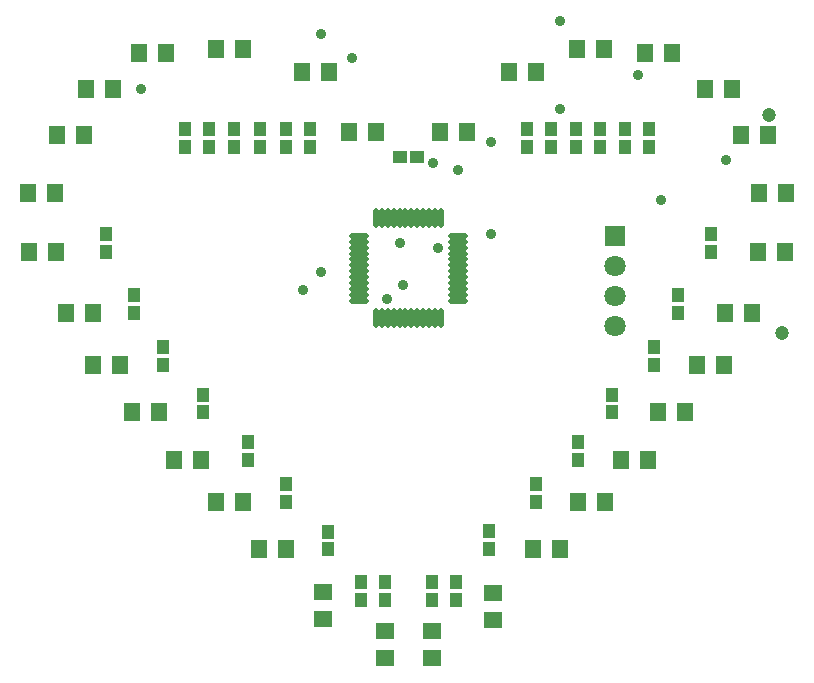
<source format=gts>
G04*
G04 #@! TF.GenerationSoftware,Altium Limited,Altium Designer,21.9.2 (33)*
G04*
G04 Layer_Color=8388736*
%FSLAX25Y25*%
%MOIN*%
G70*
G04*
G04 #@! TF.SameCoordinates,C4A799FB-7654-48D4-A5E1-033C702218DC*
G04*
G04*
G04 #@! TF.FilePolarity,Negative*
G04*
G01*
G75*
%ADD15R,0.05800X0.06300*%
%ADD16R,0.04340X0.04537*%
%ADD17R,0.04537X0.04340*%
%ADD18R,0.06300X0.05800*%
%ADD19O,0.06509X0.01981*%
%ADD20O,0.01981X0.06509*%
%ADD21C,0.07099*%
%ADD22R,0.07099X0.07099*%
%ADD23C,0.03556*%
%ADD24C,0.04737*%
D15*
X116535Y33071D02*
D03*
X125536D02*
D03*
X120024Y72047D02*
D03*
X111024D02*
D03*
X98874Y87401D02*
D03*
X107874D02*
D03*
X56354Y100787D02*
D03*
X65354D02*
D03*
X19685Y72835D02*
D03*
X10685D02*
D03*
X83126Y-20472D02*
D03*
X92126D02*
D03*
X96063Y-4724D02*
D03*
X105063D02*
D03*
X114512Y12598D02*
D03*
X105512D02*
D03*
X41394Y-66142D02*
D03*
X50394D02*
D03*
X-126772Y52756D02*
D03*
X-117772D02*
D03*
X87795Y99212D02*
D03*
X78795D02*
D03*
X-89764D02*
D03*
X-80764D02*
D03*
X-98480Y87401D02*
D03*
X-107480D02*
D03*
X-40945Y-66142D02*
D03*
X-49945D02*
D03*
X-26433Y92913D02*
D03*
X-35433D02*
D03*
X79866Y-36220D02*
D03*
X70866D02*
D03*
X33520Y92913D02*
D03*
X42520D02*
D03*
X125929Y52756D02*
D03*
X116929D02*
D03*
X56693Y-50394D02*
D03*
X65693D02*
D03*
X-55118D02*
D03*
X-64118D02*
D03*
X-69291Y-36220D02*
D03*
X-78291D02*
D03*
X-92126Y-20472D02*
D03*
X-83126D02*
D03*
X-105063Y-4724D02*
D03*
X-96063D02*
D03*
X-105173Y12598D02*
D03*
X-114173D02*
D03*
X-117378Y33071D02*
D03*
X-126378D02*
D03*
X-117268Y72047D02*
D03*
X-108268D02*
D03*
X-55173Y100787D02*
D03*
X-64173D02*
D03*
X-10685Y72835D02*
D03*
X-19685D02*
D03*
D16*
X39370Y73988D02*
D03*
Y68082D02*
D03*
X47559Y73988D02*
D03*
Y68082D02*
D03*
X100787Y38976D02*
D03*
Y33071D02*
D03*
X-58268Y73819D02*
D03*
Y67913D02*
D03*
X-66536Y73819D02*
D03*
Y67913D02*
D03*
X-74409Y73988D02*
D03*
Y68082D02*
D03*
X-32677Y73819D02*
D03*
Y67913D02*
D03*
X-40945Y73819D02*
D03*
Y67913D02*
D03*
X-15748Y-83071D02*
D03*
Y-77165D02*
D03*
X-7874D02*
D03*
Y-83071D02*
D03*
X7874Y-77165D02*
D03*
Y-83071D02*
D03*
X15748D02*
D03*
Y-77165D02*
D03*
X42520Y-44488D02*
D03*
Y-50394D02*
D03*
X55748Y68110D02*
D03*
Y74016D02*
D03*
X63937Y68082D02*
D03*
Y73988D02*
D03*
X72126Y68082D02*
D03*
Y73988D02*
D03*
X80315Y68082D02*
D03*
Y73988D02*
D03*
X-49606Y67913D02*
D03*
Y73819D02*
D03*
X-100787Y38976D02*
D03*
Y33071D02*
D03*
X-68504Y-14567D02*
D03*
Y-20472D02*
D03*
X89764Y12598D02*
D03*
Y18504D02*
D03*
X67716Y-20472D02*
D03*
Y-14567D02*
D03*
X-91338Y12598D02*
D03*
Y18504D02*
D03*
X81890Y-4724D02*
D03*
X56693Y-36220D02*
D03*
X26772Y-65945D02*
D03*
X-26772Y-66142D02*
D03*
X-53543Y-36220D02*
D03*
X-40945Y-50394D02*
D03*
X-81890Y-4724D02*
D03*
X-40945Y-44488D02*
D03*
X81890Y1181D02*
D03*
X56693Y-30315D02*
D03*
X26772Y-60039D02*
D03*
X-26772Y-60236D02*
D03*
X-53543Y-30315D02*
D03*
X-81890Y1181D02*
D03*
D17*
X2953Y64567D02*
D03*
X-2953D02*
D03*
D18*
X7874Y-93362D02*
D03*
Y-102362D02*
D03*
X-7874Y-93362D02*
D03*
Y-102362D02*
D03*
X-28346Y-89315D02*
D03*
Y-80315D02*
D03*
X28346Y-80764D02*
D03*
Y-89764D02*
D03*
D19*
X-16634Y38386D02*
D03*
Y22638D02*
D03*
X16634Y38386D02*
D03*
X-16634Y26575D02*
D03*
Y24606D02*
D03*
X16634Y36417D02*
D03*
X-16634D02*
D03*
Y34449D02*
D03*
Y32480D02*
D03*
Y30512D02*
D03*
Y28543D02*
D03*
Y20669D02*
D03*
Y18701D02*
D03*
Y16732D02*
D03*
X16634D02*
D03*
Y18701D02*
D03*
Y20669D02*
D03*
Y22638D02*
D03*
Y24606D02*
D03*
Y26575D02*
D03*
Y28543D02*
D03*
Y30512D02*
D03*
Y32480D02*
D03*
Y34449D02*
D03*
D20*
X10827Y10925D02*
D03*
X-10827Y44193D02*
D03*
X8858Y10925D02*
D03*
X-8858Y44193D02*
D03*
X-10827Y10925D02*
D03*
X-8858D02*
D03*
X-6890D02*
D03*
X-4921D02*
D03*
X-2953D02*
D03*
X-984D02*
D03*
X984D02*
D03*
X2953D02*
D03*
X4921D02*
D03*
X6890D02*
D03*
X10827Y44193D02*
D03*
X8858D02*
D03*
X6890D02*
D03*
X4921D02*
D03*
X2953D02*
D03*
X984D02*
D03*
X-984D02*
D03*
X-2953D02*
D03*
X-4921D02*
D03*
X-6890D02*
D03*
D21*
X68898Y8347D02*
D03*
Y18347D02*
D03*
Y28346D02*
D03*
D22*
Y38346D02*
D03*
D23*
X-2756Y35827D02*
D03*
X84252Y50394D02*
D03*
X-18898Y97638D02*
D03*
X-29134Y105512D02*
D03*
X76378Y92126D02*
D03*
X50394Y80709D02*
D03*
Y109843D02*
D03*
X27559Y69685D02*
D03*
X-7087Y17323D02*
D03*
X-35039Y20472D02*
D03*
X105905Y63779D02*
D03*
X-29134Y26378D02*
D03*
X8268Y62598D02*
D03*
X27559Y38976D02*
D03*
X-88976Y87402D02*
D03*
X-1969Y22047D02*
D03*
X9843Y34252D02*
D03*
X16535Y60236D02*
D03*
D24*
X120079Y78740D02*
D03*
X124409Y5906D02*
D03*
M02*

</source>
